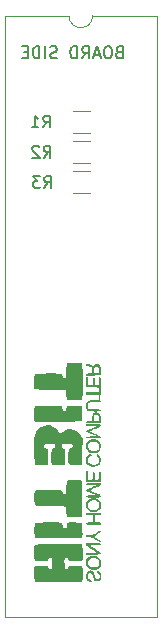
<source format=gbr>
%TF.GenerationSoftware,KiCad,Pcbnew,(6.0.1-0)*%
%TF.CreationDate,2022-02-15T12:12:10-07:00*%
%TF.ProjectId,TMS9118-9128,544d5339-3131-4382-9d39-3132382e6b69,rev?*%
%TF.SameCoordinates,Original*%
%TF.FileFunction,Legend,Bot*%
%TF.FilePolarity,Positive*%
%FSLAX46Y46*%
G04 Gerber Fmt 4.6, Leading zero omitted, Abs format (unit mm)*
G04 Created by KiCad (PCBNEW (6.0.1-0)) date 2022-02-15 12:12:10*
%MOMM*%
%LPD*%
G01*
G04 APERTURE LIST*
%ADD10C,0.150000*%
%ADD11C,0.300000*%
%ADD12C,0.120000*%
G04 APERTURE END LIST*
D10*
%TO.C,BOARD SIDE*%
X135281507Y-67746571D02*
X135138650Y-67794190D01*
X135091031Y-67841809D01*
X135043412Y-67937047D01*
X135043412Y-68079904D01*
X135091031Y-68175142D01*
X135138650Y-68222761D01*
X135233888Y-68270380D01*
X135614840Y-68270380D01*
X135614840Y-67270380D01*
X135281507Y-67270380D01*
X135186269Y-67318000D01*
X135138650Y-67365619D01*
X135091031Y-67460857D01*
X135091031Y-67556095D01*
X135138650Y-67651333D01*
X135186269Y-67698952D01*
X135281507Y-67746571D01*
X135614840Y-67746571D01*
X134424364Y-67270380D02*
X134233888Y-67270380D01*
X134138650Y-67318000D01*
X134043412Y-67413238D01*
X133995793Y-67603714D01*
X133995793Y-67937047D01*
X134043412Y-68127523D01*
X134138650Y-68222761D01*
X134233888Y-68270380D01*
X134424364Y-68270380D01*
X134519602Y-68222761D01*
X134614840Y-68127523D01*
X134662459Y-67937047D01*
X134662459Y-67603714D01*
X134614840Y-67413238D01*
X134519602Y-67318000D01*
X134424364Y-67270380D01*
X133614840Y-67984666D02*
X133138650Y-67984666D01*
X133710078Y-68270380D02*
X133376745Y-67270380D01*
X133043412Y-68270380D01*
X132138650Y-68270380D02*
X132471983Y-67794190D01*
X132710078Y-68270380D02*
X132710078Y-67270380D01*
X132329126Y-67270380D01*
X132233888Y-67318000D01*
X132186269Y-67365619D01*
X132138650Y-67460857D01*
X132138650Y-67603714D01*
X132186269Y-67698952D01*
X132233888Y-67746571D01*
X132329126Y-67794190D01*
X132710078Y-67794190D01*
X131710078Y-68270380D02*
X131710078Y-67270380D01*
X131471983Y-67270380D01*
X131329126Y-67318000D01*
X131233888Y-67413238D01*
X131186269Y-67508476D01*
X131138650Y-67698952D01*
X131138650Y-67841809D01*
X131186269Y-68032285D01*
X131233888Y-68127523D01*
X131329126Y-68222761D01*
X131471983Y-68270380D01*
X131710078Y-68270380D01*
X129995793Y-68222761D02*
X129852936Y-68270380D01*
X129614840Y-68270380D01*
X129519602Y-68222761D01*
X129471983Y-68175142D01*
X129424364Y-68079904D01*
X129424364Y-67984666D01*
X129471983Y-67889428D01*
X129519602Y-67841809D01*
X129614840Y-67794190D01*
X129805316Y-67746571D01*
X129900555Y-67698952D01*
X129948174Y-67651333D01*
X129995793Y-67556095D01*
X129995793Y-67460857D01*
X129948174Y-67365619D01*
X129900555Y-67318000D01*
X129805316Y-67270380D01*
X129567221Y-67270380D01*
X129424364Y-67318000D01*
X128995793Y-68270380D02*
X128995793Y-67270380D01*
X128519602Y-68270380D02*
X128519602Y-67270380D01*
X128281507Y-67270380D01*
X128138650Y-67318000D01*
X128043412Y-67413238D01*
X127995793Y-67508476D01*
X127948174Y-67698952D01*
X127948174Y-67841809D01*
X127995793Y-68032285D01*
X128043412Y-68127523D01*
X128138650Y-68222761D01*
X128281507Y-68270380D01*
X128519602Y-68270380D01*
X127519602Y-67746571D02*
X127186269Y-67746571D01*
X127043412Y-68270380D02*
X127519602Y-68270380D01*
X127519602Y-67270380D01*
X127043412Y-67270380D01*
%TO.C,R1*%
X128828181Y-74120467D02*
X129161515Y-73644277D01*
X129399610Y-74120467D02*
X129399610Y-73120467D01*
X129018657Y-73120467D01*
X128923419Y-73168087D01*
X128875800Y-73215706D01*
X128828181Y-73310944D01*
X128828181Y-73453801D01*
X128875800Y-73549039D01*
X128923419Y-73596658D01*
X129018657Y-73644277D01*
X129399610Y-73644277D01*
X127875800Y-74120467D02*
X128447229Y-74120467D01*
X128161515Y-74120467D02*
X128161515Y-73120467D01*
X128256753Y-73263325D01*
X128351991Y-73358563D01*
X128447229Y-73406182D01*
D11*
%TO.C, *%
D10*
%TO.C,R2*%
X128883996Y-76687970D02*
X129217330Y-76211780D01*
X129455425Y-76687970D02*
X129455425Y-75687970D01*
X129074472Y-75687970D01*
X128979234Y-75735590D01*
X128931615Y-75783209D01*
X128883996Y-75878447D01*
X128883996Y-76021304D01*
X128931615Y-76116542D01*
X128979234Y-76164161D01*
X129074472Y-76211780D01*
X129455425Y-76211780D01*
X128503044Y-75783209D02*
X128455425Y-75735590D01*
X128360187Y-75687970D01*
X128122091Y-75687970D01*
X128026853Y-75735590D01*
X127979234Y-75783209D01*
X127931615Y-75878447D01*
X127931615Y-75973685D01*
X127979234Y-76116542D01*
X128550663Y-76687970D01*
X127931615Y-76687970D01*
%TO.C,R3*%
X128939811Y-79255474D02*
X129273145Y-78779284D01*
X129511240Y-79255474D02*
X129511240Y-78255474D01*
X129130287Y-78255474D01*
X129035049Y-78303094D01*
X128987430Y-78350713D01*
X128939811Y-78445951D01*
X128939811Y-78588808D01*
X128987430Y-78684046D01*
X129035049Y-78731665D01*
X129130287Y-78779284D01*
X129511240Y-78779284D01*
X128606478Y-78255474D02*
X127987430Y-78255474D01*
X128320764Y-78636427D01*
X128177906Y-78636427D01*
X128082668Y-78684046D01*
X128035049Y-78731665D01*
X127987430Y-78826903D01*
X127987430Y-79064998D01*
X128035049Y-79160236D01*
X128082668Y-79207855D01*
X128177906Y-79255474D01*
X128463621Y-79255474D01*
X128558859Y-79207855D01*
X128606478Y-79160236D01*
D12*
%TO.C,BOARD SIDE*%
X138497613Y-64674741D02*
X138497613Y-115594741D01*
X125577613Y-64674741D02*
X131037613Y-64674741D01*
X138497613Y-115594741D02*
X125577613Y-115594741D01*
X125577613Y-115594741D02*
X125577613Y-64674741D01*
X133037613Y-64674741D02*
X138497613Y-64674741D01*
X131037613Y-64674741D02*
G75*
G03*
X133037613Y-64674741I1000000J0D01*
G01*
%TO.C,R1*%
X132807064Y-72750000D02*
X131352936Y-72750000D01*
X132807064Y-74570000D02*
X131352936Y-74570000D01*
%TO.C, *%
G36*
X133377113Y-97223218D02*
G01*
X133537949Y-97225854D01*
X133639433Y-97233100D01*
X133695129Y-97247204D01*
X133718599Y-97270414D01*
X133723409Y-97304979D01*
X133722343Y-97325043D01*
X133708997Y-97353803D01*
X133669126Y-97371969D01*
X133588845Y-97381955D01*
X133454271Y-97386176D01*
X133251519Y-97387046D01*
X133061759Y-97389715D01*
X132871073Y-97404403D01*
X132742364Y-97436807D01*
X132664372Y-97492375D01*
X132625836Y-97576556D01*
X132615493Y-97694801D01*
X132621008Y-97786620D01*
X132651363Y-97878888D01*
X132718330Y-97941166D01*
X132833171Y-97978904D01*
X133007147Y-97997551D01*
X133251519Y-98002555D01*
X133366887Y-98002741D01*
X133532260Y-98005062D01*
X133636714Y-98011996D01*
X133694134Y-98025958D01*
X133718404Y-98049362D01*
X133723409Y-98084623D01*
X133716576Y-98121301D01*
X133685489Y-98150832D01*
X133618538Y-98169039D01*
X133504212Y-98177492D01*
X133330998Y-98177761D01*
X133087383Y-98171419D01*
X133023963Y-98169253D01*
X132842217Y-98159576D01*
X132719810Y-98142516D01*
X132638954Y-98112233D01*
X132581863Y-98062886D01*
X132530747Y-97988633D01*
X132478707Y-97867072D01*
X132455977Y-97690134D01*
X132480424Y-97514631D01*
X132547900Y-97364871D01*
X132654254Y-97265161D01*
X132721183Y-97249168D01*
X132852632Y-97235530D01*
X133028122Y-97226303D01*
X133228304Y-97222911D01*
X133377113Y-97223218D01*
G37*
G36*
X133239259Y-99233938D02*
G01*
X133432758Y-99236749D01*
X133564165Y-99243484D01*
X133645968Y-99255489D01*
X133690654Y-99274112D01*
X133710710Y-99300701D01*
X133712077Y-99304356D01*
X133720225Y-99368609D01*
X133687943Y-99427815D01*
X133605706Y-99489192D01*
X133463987Y-99559959D01*
X133253260Y-99647332D01*
X133121330Y-99700451D01*
X132970718Y-99763986D01*
X132861912Y-99813388D01*
X132812316Y-99841015D01*
X132811685Y-99841821D01*
X132838732Y-99869699D01*
X132928365Y-99919218D01*
X133067094Y-99983616D01*
X133241431Y-100056133D01*
X133323300Y-100088731D01*
X133493480Y-100159153D01*
X133603957Y-100211866D01*
X133667302Y-100254643D01*
X133696090Y-100295259D01*
X133702892Y-100341489D01*
X133702892Y-100444074D01*
X133097641Y-100455429D01*
X132999494Y-100457220D01*
X132793307Y-100459950D01*
X132652184Y-100458681D01*
X132563829Y-100451983D01*
X132515943Y-100438426D01*
X132496229Y-100416578D01*
X132492391Y-100385008D01*
X132492653Y-100374476D01*
X132502524Y-100341493D01*
X132537240Y-100319742D01*
X132611107Y-100306194D01*
X132738427Y-100297818D01*
X132933506Y-100291585D01*
X133374620Y-100279938D01*
X132943764Y-100110011D01*
X132909552Y-100096447D01*
X132719392Y-100016835D01*
X132595060Y-99954608D01*
X132525665Y-99903564D01*
X132500314Y-99857502D01*
X132500363Y-99820376D01*
X132539709Y-99768864D01*
X132643932Y-99724586D01*
X132672244Y-99715194D01*
X132777790Y-99675392D01*
X132841179Y-99643994D01*
X132874022Y-99626741D01*
X132970305Y-99587895D01*
X133097641Y-99543459D01*
X133185438Y-99511522D01*
X133277396Y-99467817D01*
X133313070Y-99435445D01*
X133295287Y-99424477D01*
X133211613Y-99410671D01*
X133074972Y-99401215D01*
X132902730Y-99397709D01*
X132880754Y-99397702D01*
X132701332Y-99396288D01*
X132587639Y-99390346D01*
X132524821Y-99376905D01*
X132498023Y-99352993D01*
X132492391Y-99315641D01*
X132492620Y-99305199D01*
X132500309Y-99276212D01*
X132528149Y-99256317D01*
X132588521Y-99243810D01*
X132693811Y-99236987D01*
X132856399Y-99234142D01*
X133088671Y-99233573D01*
X133239259Y-99233938D01*
G37*
G36*
X129314699Y-97675308D02*
G01*
X129573644Y-97677375D01*
X129819525Y-97681209D01*
X130038544Y-97686722D01*
X130216902Y-97693826D01*
X130340800Y-97702434D01*
X130396439Y-97712458D01*
X130410451Y-97725561D01*
X130450847Y-97806464D01*
X130478507Y-97922910D01*
X130487909Y-97975128D01*
X130541634Y-98104725D01*
X130617185Y-98164302D01*
X130698406Y-98153859D01*
X130769138Y-98073395D01*
X130813222Y-97922910D01*
X130820225Y-97882124D01*
X130853655Y-97773708D01*
X130895290Y-97712458D01*
X130905329Y-97707887D01*
X130990122Y-97692849D01*
X131132173Y-97682567D01*
X131311803Y-97676969D01*
X131509328Y-97675985D01*
X131705067Y-97679544D01*
X131879338Y-97687573D01*
X132012460Y-97700003D01*
X132084749Y-97716762D01*
X132115766Y-97739400D01*
X132137617Y-97777615D01*
X132151712Y-97844592D01*
X132159716Y-97953656D01*
X132163297Y-98118132D01*
X132164120Y-98351344D01*
X132164102Y-98405886D01*
X132163061Y-98622770D01*
X132159095Y-98773864D01*
X132150372Y-98872647D01*
X132135060Y-98932594D01*
X132111328Y-98967182D01*
X132077345Y-98989889D01*
X132069726Y-98992996D01*
X131998435Y-99005056D01*
X131862007Y-99015334D01*
X131657624Y-99023905D01*
X131382466Y-99030844D01*
X131033710Y-99036226D01*
X130608539Y-99040128D01*
X130104130Y-99042625D01*
X128217690Y-99048920D01*
X128139209Y-98952048D01*
X128110166Y-98909324D01*
X128084955Y-98842589D01*
X128069904Y-98745153D01*
X128062623Y-98599912D01*
X128060727Y-98389763D01*
X128061715Y-98256214D01*
X128071173Y-98039796D01*
X128093650Y-97887595D01*
X128132796Y-97787882D01*
X128192263Y-97728926D01*
X128275702Y-97698995D01*
X128306964Y-97694536D01*
X128424250Y-97686456D01*
X128597465Y-97680581D01*
X128812811Y-97676823D01*
X129056488Y-97675095D01*
X129314699Y-97675308D01*
G37*
G36*
X132976872Y-111641409D02*
G01*
X133089456Y-111717893D01*
X133174171Y-111863135D01*
X133235349Y-112082650D01*
X133266146Y-112206245D01*
X133329142Y-112337027D01*
X133411066Y-112390051D01*
X133513519Y-112366955D01*
X133585325Y-112292409D01*
X133625240Y-112173014D01*
X133615486Y-112049677D01*
X133608757Y-112034370D01*
X133550072Y-111952929D01*
X133461646Y-111864302D01*
X133419189Y-111825555D01*
X133367380Y-111756239D01*
X133378637Y-111708460D01*
X133439959Y-111686864D01*
X133534338Y-111713111D01*
X133631253Y-111781083D01*
X133705969Y-111877973D01*
X133707233Y-111880435D01*
X133756829Y-112040391D01*
X133758527Y-112209572D01*
X133717929Y-112366170D01*
X133640635Y-112488376D01*
X133532247Y-112554382D01*
X133392859Y-112560786D01*
X133255801Y-112508533D01*
X133162716Y-112404922D01*
X133134206Y-112337904D01*
X133086478Y-112206243D01*
X133038344Y-112056675D01*
X132979611Y-111901993D01*
X132908669Y-111810898D01*
X132823505Y-111793834D01*
X132717780Y-111846649D01*
X132686623Y-111875109D01*
X132647295Y-111959366D01*
X132636010Y-112098027D01*
X132643169Y-112213213D01*
X132676889Y-112304202D01*
X132753078Y-112382920D01*
X132887607Y-112473023D01*
X132889476Y-112474175D01*
X132938359Y-112521401D01*
X132915272Y-112571273D01*
X132896102Y-112588008D01*
X132837050Y-112600751D01*
X132739309Y-112569895D01*
X132641309Y-112513297D01*
X132556105Y-112408791D01*
X132489843Y-112243724D01*
X132474193Y-112143380D01*
X132480206Y-112015641D01*
X132481010Y-112011293D01*
X132530969Y-111824178D01*
X132605198Y-111705769D01*
X132716214Y-111643754D01*
X132876537Y-111625819D01*
X132976872Y-111641409D01*
G37*
G36*
X129457765Y-99361786D02*
G01*
X129712872Y-99451753D01*
X129942204Y-99606727D01*
X130132940Y-99826186D01*
X130184068Y-99899133D01*
X130249899Y-99980356D01*
X130289279Y-100012316D01*
X130319807Y-99999900D01*
X130401060Y-99948949D01*
X130507603Y-99871894D01*
X130680959Y-99763674D01*
X130940338Y-99674980D01*
X131205810Y-99657825D01*
X131464184Y-99709076D01*
X131702269Y-99825596D01*
X131906872Y-100004253D01*
X132064803Y-100241911D01*
X132177356Y-100471960D01*
X132170041Y-101545416D01*
X132168047Y-101799641D01*
X132164732Y-102072615D01*
X132160069Y-102280194D01*
X132153415Y-102431892D01*
X132144127Y-102537224D01*
X132131562Y-102605703D01*
X132115077Y-102646845D01*
X132094029Y-102670164D01*
X132088770Y-102673666D01*
X131996403Y-102699992D01*
X131826294Y-102716035D01*
X131581802Y-102721457D01*
X131517194Y-102721447D01*
X131314505Y-102718200D01*
X131169800Y-102701271D01*
X131073311Y-102659263D01*
X131015268Y-102580778D01*
X130985904Y-102454420D01*
X130975450Y-102268791D01*
X130974136Y-102012493D01*
X130974137Y-102007403D01*
X130977771Y-101747210D01*
X130990886Y-101557442D01*
X131017102Y-101426853D01*
X131060035Y-101344196D01*
X131123305Y-101298225D01*
X131210529Y-101277693D01*
X131265928Y-101266729D01*
X131315924Y-101223527D01*
X131336227Y-101125437D01*
X131331670Y-101017991D01*
X131295193Y-100951671D01*
X131244110Y-100937406D01*
X131126716Y-100925341D01*
X130971205Y-100919053D01*
X130801572Y-100918541D01*
X130641814Y-100923807D01*
X130515928Y-100934851D01*
X130447909Y-100951671D01*
X130413062Y-101011041D01*
X130406875Y-101122732D01*
X130414449Y-101175720D01*
X130452595Y-101251506D01*
X130539782Y-101291083D01*
X130631348Y-101327551D01*
X130693031Y-101375855D01*
X130697297Y-101387265D01*
X130708923Y-101469783D01*
X130718388Y-101612444D01*
X130724808Y-101798868D01*
X130727304Y-102012676D01*
X130727403Y-102122886D01*
X130724230Y-102353671D01*
X130708211Y-102517538D01*
X130669414Y-102625387D01*
X130597908Y-102688123D01*
X130483762Y-102716646D01*
X130317043Y-102721859D01*
X130087822Y-102714665D01*
X129998114Y-102711390D01*
X129823553Y-102701627D01*
X129699842Y-102679795D01*
X129618237Y-102634230D01*
X129569992Y-102553268D01*
X129546359Y-102425245D01*
X129538593Y-102238498D01*
X129537948Y-101981363D01*
X129538044Y-101917702D01*
X129541718Y-101685646D01*
X129553650Y-101520359D01*
X129577825Y-101409440D01*
X129618224Y-101340492D01*
X129678833Y-101301115D01*
X129763635Y-101278911D01*
X129778301Y-101274417D01*
X129833559Y-101215043D01*
X129862449Y-101118220D01*
X129859183Y-101018809D01*
X129817971Y-100951671D01*
X129799516Y-100944750D01*
X129707612Y-100930653D01*
X129565192Y-100920878D01*
X129394330Y-100917221D01*
X129319027Y-100917924D01*
X129157653Y-100924423D01*
X129034183Y-100936270D01*
X128970688Y-100951671D01*
X128935817Y-101011145D01*
X128929654Y-101123073D01*
X128940111Y-101189658D01*
X128981889Y-101256798D01*
X129077938Y-101294757D01*
X129083323Y-101296173D01*
X129163971Y-101329043D01*
X129221678Y-101385397D01*
X129259511Y-101476879D01*
X129280541Y-101615138D01*
X129287835Y-101811818D01*
X129284463Y-102078567D01*
X129283933Y-102099846D01*
X129276636Y-102338521D01*
X129260776Y-102507639D01*
X129224802Y-102618742D01*
X129157165Y-102683375D01*
X129046314Y-102713080D01*
X128880698Y-102719401D01*
X128648769Y-102713880D01*
X128487976Y-102707282D01*
X128325551Y-102695714D01*
X128208978Y-102681666D01*
X128156361Y-102666866D01*
X128144608Y-102617190D01*
X128132324Y-102498831D01*
X128120475Y-102325313D01*
X128109981Y-102110112D01*
X128101761Y-101866705D01*
X128099062Y-101762880D01*
X128090403Y-101336026D01*
X128088523Y-100980426D01*
X128094455Y-100687360D01*
X128109231Y-100448109D01*
X128133883Y-100253953D01*
X128169443Y-100096173D01*
X128216945Y-99966050D01*
X128277419Y-99854865D01*
X128351899Y-99753897D01*
X128435972Y-99662387D01*
X128665985Y-99487126D01*
X128921501Y-99378952D01*
X129189701Y-99337346D01*
X129457765Y-99361786D01*
G37*
G36*
X132985371Y-111571550D02*
G01*
X132778324Y-111507748D01*
X132618406Y-111380147D01*
X132510837Y-111191401D01*
X132469234Y-110985325D01*
X132473972Y-110950701D01*
X132633652Y-110950701D01*
X132656036Y-111108041D01*
X132732305Y-111244911D01*
X132857238Y-111336735D01*
X133017557Y-111373195D01*
X133200575Y-111369355D01*
X133371960Y-111328661D01*
X133499061Y-111255255D01*
X133572161Y-111148648D01*
X133605491Y-110993748D01*
X133582265Y-110835236D01*
X133502307Y-110703410D01*
X133394507Y-110628736D01*
X133222186Y-110578122D01*
X133034970Y-110575929D01*
X132860207Y-110621744D01*
X132725245Y-110715152D01*
X132670370Y-110797468D01*
X132633652Y-110950701D01*
X132473972Y-110950701D01*
X132496006Y-110789662D01*
X132584694Y-110622666D01*
X132725393Y-110493321D01*
X132908194Y-110410608D01*
X133123191Y-110383510D01*
X133360477Y-110421012D01*
X133450945Y-110455284D01*
X133610777Y-110566978D01*
X133714877Y-110715721D01*
X133764671Y-110886880D01*
X133761582Y-111065824D01*
X133707037Y-111237920D01*
X133602459Y-111388537D01*
X133449273Y-111503042D01*
X133248905Y-111566805D01*
X133234326Y-111568897D01*
X133017557Y-111571207D01*
X132985371Y-111571550D01*
G37*
G36*
X133137856Y-95130181D02*
G01*
X133077569Y-95132284D01*
X132875107Y-95138036D01*
X132705979Y-95140865D01*
X132586405Y-95140587D01*
X132532606Y-95137020D01*
X132510962Y-95117536D01*
X132492391Y-95046741D01*
X132494428Y-95024633D01*
X132520946Y-94988944D01*
X132592797Y-94968983D01*
X132728336Y-94957834D01*
X132964281Y-94945528D01*
X132973031Y-94775978D01*
X133148234Y-94775978D01*
X133157783Y-94884874D01*
X133183774Y-94941700D01*
X133185404Y-94942636D01*
X133255346Y-94953694D01*
X133365320Y-94949361D01*
X133477267Y-94933080D01*
X133553128Y-94908292D01*
X133561364Y-94901615D01*
X133592505Y-94826971D01*
X133602934Y-94708045D01*
X133594183Y-94574021D01*
X133567784Y-94454083D01*
X133525267Y-94377413D01*
X133424230Y-94319834D01*
X133308628Y-94323942D01*
X133212812Y-94400700D01*
X133203212Y-94416998D01*
X133172452Y-94514027D01*
X133153625Y-94643025D01*
X133148234Y-94775978D01*
X132973031Y-94775978D01*
X132976766Y-94703602D01*
X132978449Y-94595711D01*
X132969906Y-94482696D01*
X132951598Y-94424024D01*
X132928405Y-94410221D01*
X132837987Y-94381712D01*
X132713426Y-94357828D01*
X132693865Y-94354968D01*
X132578626Y-94330555D01*
X132521031Y-94294510D01*
X132499402Y-94234324D01*
X132495325Y-94192487D01*
X132509827Y-94159187D01*
X132566215Y-94153167D01*
X132684055Y-94167330D01*
X132742241Y-94177316D01*
X132878349Y-94212775D01*
X132975949Y-94254269D01*
X133034254Y-94285152D01*
X133095491Y-94283294D01*
X133176394Y-94229304D01*
X133186352Y-94221695D01*
X133336459Y-94153703D01*
X133488029Y-94162577D01*
X133624233Y-94247630D01*
X133669081Y-94296925D01*
X133699794Y-94352662D01*
X133715115Y-94429960D01*
X133718823Y-94548953D01*
X133714694Y-94729779D01*
X133702892Y-95109664D01*
X133255346Y-95125915D01*
X133137856Y-95130181D01*
G37*
G36*
X131756232Y-94068781D02*
G01*
X131928398Y-94076156D01*
X132057099Y-94087715D01*
X132123086Y-94103456D01*
X132136358Y-94117602D01*
X132150229Y-94154017D01*
X132161235Y-94218379D01*
X132169689Y-94318419D01*
X132175904Y-94461869D01*
X132180194Y-94656458D01*
X132182871Y-94909919D01*
X132184247Y-95229983D01*
X132184637Y-95624381D01*
X132184483Y-95996004D01*
X132183724Y-96313696D01*
X132181935Y-96565316D01*
X132178691Y-96759054D01*
X132173571Y-96903101D01*
X132166150Y-97005648D01*
X132156004Y-97074886D01*
X132142710Y-97119006D01*
X132125845Y-97146200D01*
X132104984Y-97164658D01*
X132069415Y-97180092D01*
X131957706Y-97201285D01*
X131797381Y-97216183D01*
X131607068Y-97224715D01*
X131405396Y-97226809D01*
X131210995Y-97222395D01*
X131042494Y-97211402D01*
X130918520Y-97193760D01*
X130857705Y-97169397D01*
X130846957Y-97146014D01*
X130827180Y-97049421D01*
X130811083Y-96903072D01*
X130801388Y-96728283D01*
X130789483Y-96340681D01*
X129496914Y-96330580D01*
X129320288Y-96329175D01*
X128995564Y-96326210D01*
X128739845Y-96322813D01*
X128544209Y-96318350D01*
X128399734Y-96312187D01*
X128297500Y-96303691D01*
X128228585Y-96292228D01*
X128184067Y-96277166D01*
X128155024Y-96257870D01*
X128132536Y-96233708D01*
X128105488Y-96192044D01*
X128083074Y-96123487D01*
X128069401Y-96019494D01*
X128062581Y-95864542D01*
X128060727Y-95643105D01*
X128060564Y-95590850D01*
X128058948Y-95409994D01*
X128062212Y-95267979D01*
X128078920Y-95160049D01*
X128117639Y-95081445D01*
X128186935Y-95027408D01*
X128295373Y-94993180D01*
X128451520Y-94974003D01*
X128663940Y-94965118D01*
X128941200Y-94961766D01*
X129291865Y-94959190D01*
X129570330Y-94957557D01*
X129838397Y-94958167D01*
X130069802Y-94960956D01*
X130253196Y-94965714D01*
X130377231Y-94972231D01*
X130430557Y-94980296D01*
X130461086Y-95017517D01*
X130481729Y-95104243D01*
X130507962Y-95224672D01*
X130582571Y-95308206D01*
X130689197Y-95328989D01*
X130711382Y-95325516D01*
X130744436Y-95313476D01*
X130767401Y-95283555D01*
X130782860Y-95222923D01*
X130793392Y-95118754D01*
X130801579Y-94958220D01*
X130810000Y-94728493D01*
X130819059Y-94509464D01*
X130830986Y-94328645D01*
X130846127Y-94208325D01*
X130865987Y-94137046D01*
X130892068Y-94103354D01*
X130917099Y-94094721D01*
X131017873Y-94081152D01*
X131171421Y-94071775D01*
X131358496Y-94066589D01*
X131559849Y-94065591D01*
X131756232Y-94068781D01*
G37*
G36*
X133733989Y-108255203D02*
G01*
X133738584Y-108260131D01*
X133752171Y-108310651D01*
X133709605Y-108375100D01*
X133604635Y-108460014D01*
X133431011Y-108571926D01*
X133426422Y-108574717D01*
X133307128Y-108649731D01*
X133222275Y-108707659D01*
X133189968Y-108736167D01*
X133193878Y-108741603D01*
X133245886Y-108782540D01*
X133345726Y-108851832D01*
X133477205Y-108938097D01*
X133613503Y-109031664D01*
X133726691Y-109131893D01*
X133765649Y-109207665D01*
X133732013Y-109261050D01*
X133708851Y-109257604D01*
X133627423Y-109219850D01*
X133504773Y-109150499D01*
X133357088Y-109058302D01*
X133214974Y-108967659D01*
X133090435Y-108896794D01*
X132991571Y-108856948D01*
X132895876Y-108839421D01*
X132780848Y-108835512D01*
X132681159Y-108833020D01*
X132572800Y-108823083D01*
X132519747Y-108808156D01*
X132505788Y-108783594D01*
X132492391Y-108705571D01*
X132499267Y-108670103D01*
X132535243Y-108644785D01*
X132618055Y-108633146D01*
X132765271Y-108630342D01*
X132891361Y-108627920D01*
X132995211Y-108614527D01*
X133091978Y-108581418D01*
X133206690Y-108519849D01*
X133364375Y-108421078D01*
X133433949Y-108377185D01*
X133586716Y-108289363D01*
X133684613Y-108249652D01*
X133733989Y-108255203D01*
G37*
G36*
X131536419Y-103960227D02*
G01*
X131747490Y-103967326D01*
X131945095Y-103981015D01*
X132071139Y-104000577D01*
X132131410Y-104026659D01*
X132143891Y-104050722D01*
X132155743Y-104109666D01*
X132164653Y-104208366D01*
X132170808Y-104353871D01*
X132174395Y-104553231D01*
X132175600Y-104813492D01*
X132174611Y-105141704D01*
X132171613Y-105544914D01*
X132169666Y-105735199D01*
X132164289Y-106100881D01*
X132157342Y-106416518D01*
X132149052Y-106675707D01*
X132139645Y-106872042D01*
X132129348Y-106999120D01*
X132118387Y-107050536D01*
X132112291Y-107054391D01*
X132041065Y-107070370D01*
X131908123Y-107085145D01*
X131729872Y-107097213D01*
X131522716Y-107105072D01*
X131460897Y-107106560D01*
X131220027Y-107109987D01*
X131047391Y-107101902D01*
X130931627Y-107074505D01*
X130861369Y-107019992D01*
X130825255Y-106930562D01*
X130811920Y-106798413D01*
X130810000Y-106615742D01*
X130809363Y-106543674D01*
X130803365Y-106392076D01*
X130792400Y-106282725D01*
X130778136Y-106235525D01*
X130766364Y-106233118D01*
X130685368Y-106226844D01*
X130537099Y-106219610D01*
X130331758Y-106211786D01*
X130079545Y-106203740D01*
X129790661Y-106195840D01*
X129475309Y-106188455D01*
X129121469Y-106179596D01*
X128802801Y-106168963D01*
X128540101Y-106157206D01*
X128339893Y-106144669D01*
X128208702Y-106131697D01*
X128153053Y-106118634D01*
X128150820Y-106116576D01*
X128128440Y-106062304D01*
X128113211Y-105947899D01*
X128104522Y-105766105D01*
X128101761Y-105509670D01*
X128101761Y-105509132D01*
X128103443Y-105272005D01*
X128109380Y-105103633D01*
X128120923Y-104990777D01*
X128139427Y-104920201D01*
X128166243Y-104878669D01*
X128171972Y-104873428D01*
X128206446Y-104854240D01*
X128264590Y-104839591D01*
X128356135Y-104828903D01*
X128490814Y-104821597D01*
X128678359Y-104817095D01*
X128928500Y-104814818D01*
X129250971Y-104814187D01*
X129461840Y-104814997D01*
X129732883Y-104818521D01*
X129971904Y-104824451D01*
X130166393Y-104832359D01*
X130303838Y-104841818D01*
X130371730Y-104852402D01*
X130456138Y-104917398D01*
X130509301Y-105047313D01*
X130540258Y-105147467D01*
X130585721Y-105193741D01*
X130667921Y-105204009D01*
X130789483Y-105204009D01*
X130810000Y-104636406D01*
X130814568Y-104504928D01*
X130825040Y-104288527D01*
X130846714Y-104136642D01*
X130891398Y-104038281D01*
X130970901Y-103982451D01*
X131097033Y-103958160D01*
X131281603Y-103954416D01*
X131536419Y-103960227D01*
G37*
G36*
X131220805Y-109403838D02*
G01*
X131511543Y-109406096D01*
X131739662Y-109410114D01*
X131910594Y-109416003D01*
X132029774Y-109423875D01*
X132102633Y-109433841D01*
X132134606Y-109446011D01*
X132150934Y-109479831D01*
X132172155Y-109600044D01*
X132187801Y-109802095D01*
X132197874Y-110086003D01*
X132201118Y-110236309D01*
X132201902Y-110464141D01*
X132188527Y-110626728D01*
X132152523Y-110735076D01*
X132085422Y-110800189D01*
X131978753Y-110833073D01*
X131824047Y-110844733D01*
X131612833Y-110846174D01*
X131414950Y-110843120D01*
X131210519Y-110828199D01*
X131074051Y-110799164D01*
X130997829Y-110754141D01*
X130974136Y-110691261D01*
X130971731Y-110660485D01*
X130927496Y-110570210D01*
X130847595Y-110524680D01*
X130758419Y-110532176D01*
X130686359Y-110600977D01*
X130663608Y-110676149D01*
X130649753Y-110834516D01*
X130653673Y-111049503D01*
X130675572Y-111307806D01*
X130684154Y-111377104D01*
X130704635Y-111461209D01*
X130742865Y-111495920D01*
X130814113Y-111502717D01*
X130867654Y-111498950D01*
X130928498Y-111463104D01*
X130965255Y-111369357D01*
X130999755Y-111235996D01*
X131550791Y-111224478D01*
X131663935Y-111222329D01*
X131857403Y-111220841D01*
X131989176Y-111224860D01*
X132073171Y-111235752D01*
X132123303Y-111254881D01*
X132153490Y-111283613D01*
X132163116Y-111303127D01*
X132183984Y-111403110D01*
X132198341Y-111557978D01*
X132206235Y-111748211D01*
X132207712Y-111954291D01*
X132202820Y-112156700D01*
X132191608Y-112335919D01*
X132174122Y-112472429D01*
X132150410Y-112546712D01*
X132147240Y-112550846D01*
X132129092Y-112567512D01*
X132099253Y-112581379D01*
X132050686Y-112592729D01*
X131976353Y-112601838D01*
X131869216Y-112608988D01*
X131722237Y-112614457D01*
X131528380Y-112618524D01*
X131280605Y-112621469D01*
X130971876Y-112623571D01*
X130595154Y-112625110D01*
X130143403Y-112626364D01*
X129750985Y-112626631D01*
X129383018Y-112625538D01*
X129048200Y-112623204D01*
X128754686Y-112619749D01*
X128510627Y-112615292D01*
X128324176Y-112609954D01*
X128203485Y-112603855D01*
X128156708Y-112597115D01*
X128153433Y-112592616D01*
X128134213Y-112525384D01*
X128115794Y-112403032D01*
X128101761Y-112248327D01*
X128093738Y-112114857D01*
X128081722Y-111790626D01*
X128085219Y-111542834D01*
X128104176Y-111372874D01*
X128138541Y-111282140D01*
X128142024Y-111278096D01*
X128178791Y-111250303D01*
X128239272Y-111232523D01*
X128338029Y-111223286D01*
X128489626Y-111221121D01*
X128708623Y-111224557D01*
X128747371Y-111225449D01*
X128953590Y-111231989D01*
X129093755Y-111241388D01*
X129181731Y-111255752D01*
X129231383Y-111277190D01*
X129256577Y-111307806D01*
X129276695Y-111348931D01*
X129326711Y-111451425D01*
X129338434Y-111471601D01*
X129415604Y-111528852D01*
X129506495Y-111526913D01*
X129577691Y-111464096D01*
X129584315Y-111447959D01*
X129602627Y-111344795D01*
X129612038Y-111183853D01*
X129611243Y-110983812D01*
X129609654Y-110934099D01*
X129600556Y-110758674D01*
X129585886Y-110645686D01*
X129562609Y-110579125D01*
X129527690Y-110542984D01*
X129526425Y-110542198D01*
X129432357Y-110524709D01*
X129346839Y-110571077D01*
X129298542Y-110665920D01*
X129294442Y-110685640D01*
X129263366Y-110753436D01*
X129200583Y-110799636D01*
X129093569Y-110827991D01*
X128929800Y-110842254D01*
X128696753Y-110846174D01*
X128576683Y-110846313D01*
X128386591Y-110843142D01*
X128252562Y-110825930D01*
X128164822Y-110783346D01*
X128113594Y-110704059D01*
X128089105Y-110576739D01*
X128081580Y-110390053D01*
X128081244Y-110132671D01*
X128081244Y-110129678D01*
X128082961Y-109884390D01*
X128088819Y-109708648D01*
X128099974Y-109590111D01*
X128117581Y-109516442D01*
X128142795Y-109475301D01*
X128164803Y-109461916D01*
X128209329Y-109449646D01*
X128281981Y-109439422D01*
X128389502Y-109431009D01*
X128538634Y-109424170D01*
X128736120Y-109418671D01*
X128988703Y-109414276D01*
X129303126Y-109410749D01*
X129686131Y-109407854D01*
X130144461Y-109405356D01*
X130429738Y-109404161D01*
X130862014Y-109403231D01*
X131220805Y-109403838D01*
G37*
G36*
X133277973Y-109328396D02*
G01*
X133467993Y-109331386D01*
X133596900Y-109338267D01*
X133677050Y-109350349D01*
X133720798Y-109368938D01*
X133740502Y-109395343D01*
X133750968Y-109432782D01*
X133746643Y-109482499D01*
X133724543Y-109487763D01*
X133634500Y-109493647D01*
X133492955Y-109496307D01*
X133318447Y-109495193D01*
X133203082Y-109494766D01*
X133046734Y-109499937D01*
X132934858Y-109511004D01*
X132886220Y-109526605D01*
X132885823Y-109530881D01*
X132922881Y-109574275D01*
X133014940Y-109649735D01*
X133149967Y-109747937D01*
X133315932Y-109859560D01*
X133461904Y-109955334D01*
X133629978Y-110072674D01*
X133729344Y-110159177D01*
X133757774Y-110219825D01*
X133713045Y-110259603D01*
X133592930Y-110283493D01*
X133395204Y-110296479D01*
X133117641Y-110303543D01*
X132981408Y-110305916D01*
X132781526Y-110308209D01*
X132645142Y-110306494D01*
X132560148Y-110299380D01*
X132514431Y-110285476D01*
X132495883Y-110263391D01*
X132492391Y-110231734D01*
X132492639Y-110220283D01*
X132501794Y-110187002D01*
X132534906Y-110165996D01*
X132606501Y-110154461D01*
X132731107Y-110149596D01*
X132923247Y-110148597D01*
X133061146Y-110146971D01*
X133212532Y-110140574D01*
X133315731Y-110130455D01*
X133353807Y-110117822D01*
X133353490Y-110116460D01*
X133315044Y-110080043D01*
X133221683Y-110010113D01*
X133086590Y-109916160D01*
X132922951Y-109807675D01*
X132764917Y-109703313D01*
X132629872Y-109607253D01*
X132546465Y-109535563D01*
X132504152Y-109478947D01*
X132492391Y-109428111D01*
X132492391Y-109327919D01*
X133103510Y-109327919D01*
X133277973Y-109328396D01*
G37*
G36*
X132806422Y-101665109D02*
G01*
X132644558Y-101555702D01*
X132527425Y-101392199D01*
X132514135Y-101361425D01*
X132480383Y-101209706D01*
X132625233Y-101209706D01*
X132689462Y-101360196D01*
X132816508Y-101467774D01*
X132951502Y-101514766D01*
X133133164Y-101528676D01*
X133310950Y-101499251D01*
X133460651Y-101431037D01*
X133558057Y-101328576D01*
X133558219Y-101328273D01*
X133594260Y-101198186D01*
X133594206Y-101043630D01*
X133558057Y-100913691D01*
X133504449Y-100843532D01*
X133375123Y-100761897D01*
X133212417Y-100720286D01*
X133037680Y-100718050D01*
X132872259Y-100754543D01*
X132737504Y-100829114D01*
X132654764Y-100941118D01*
X132628400Y-101031211D01*
X132625233Y-101209706D01*
X132480383Y-101209706D01*
X132469205Y-101159458D01*
X132483863Y-100953010D01*
X132556599Y-100774050D01*
X132640912Y-100687369D01*
X132786330Y-100596943D01*
X132952819Y-100531090D01*
X133107900Y-100505625D01*
X133211497Y-100515622D01*
X133403003Y-100580875D01*
X133569741Y-100693220D01*
X133683747Y-100836586D01*
X133747738Y-101008799D01*
X133752848Y-101207519D01*
X133678507Y-101406480D01*
X133557773Y-101557509D01*
X133388691Y-101666619D01*
X133195659Y-101720780D01*
X133133164Y-101720600D01*
X132995845Y-101720205D01*
X132806422Y-101665109D01*
G37*
G36*
X133003334Y-99151444D02*
G01*
X132796416Y-99150231D01*
X132654457Y-99146204D01*
X132565266Y-99137736D01*
X132516653Y-99123203D01*
X132496425Y-99100979D01*
X132492391Y-99069437D01*
X132496392Y-99034635D01*
X132525146Y-99004092D01*
X132598031Y-98990479D01*
X132733964Y-98987370D01*
X132975537Y-98987370D01*
X133148934Y-98987370D01*
X133351338Y-98987370D01*
X133368699Y-98987316D01*
X133487492Y-98980028D01*
X133550481Y-98954392D01*
X133580922Y-98901734D01*
X133591575Y-98825750D01*
X133582775Y-98691072D01*
X133553226Y-98557038D01*
X133509543Y-98464187D01*
X133471216Y-98434373D01*
X133369697Y-98412703D01*
X133263248Y-98433163D01*
X133191412Y-98492265D01*
X133177957Y-98528154D01*
X133157138Y-98641748D01*
X133148934Y-98779502D01*
X133148934Y-98987370D01*
X132975537Y-98987370D01*
X132992046Y-98695195D01*
X132994084Y-98663529D01*
X133024387Y-98467691D01*
X133086364Y-98339672D01*
X133187375Y-98269890D01*
X133334776Y-98248759D01*
X133485624Y-98265077D01*
X133598843Y-98323166D01*
X133672130Y-98432404D01*
X133711610Y-98602138D01*
X133723409Y-98841713D01*
X133723409Y-99151505D01*
X133107900Y-99151505D01*
X133003334Y-99151444D01*
G37*
G36*
X132987260Y-106695265D02*
G01*
X132858972Y-106668088D01*
X132748350Y-106603426D01*
X132603599Y-106464326D01*
X132508794Y-106302420D01*
X132501722Y-106282190D01*
X132472935Y-106100102D01*
X132634354Y-106100102D01*
X132673711Y-106277919D01*
X132716780Y-106356766D01*
X132804437Y-106440576D01*
X132933402Y-106484112D01*
X133122571Y-106496578D01*
X133302991Y-106477563D01*
X133465314Y-106406954D01*
X133565846Y-106287376D01*
X133600307Y-106122181D01*
X133599882Y-106103014D01*
X133578693Y-105968810D01*
X133535395Y-105861181D01*
X133509132Y-105827601D01*
X133383103Y-105740787D01*
X133217929Y-105694340D01*
X133039336Y-105689831D01*
X132873051Y-105728831D01*
X132744802Y-105812910D01*
X132668889Y-105928186D01*
X132634354Y-106100102D01*
X132472935Y-106100102D01*
X132467629Y-106066539D01*
X132511194Y-105869497D01*
X132628864Y-105699563D01*
X132817087Y-105565232D01*
X132993359Y-105475081D01*
X132753133Y-105462647D01*
X132662903Y-105456851D01*
X132567075Y-105442272D01*
X132523326Y-105415162D01*
X132512908Y-105368145D01*
X132517592Y-105334477D01*
X132543744Y-105307044D01*
X132606572Y-105289065D01*
X132721195Y-105276564D01*
X132902730Y-105265560D01*
X133292553Y-105245043D01*
X133140752Y-105176195D01*
X133055248Y-105139418D01*
X132901055Y-105077504D01*
X132740671Y-105016820D01*
X132623183Y-104969374D01*
X132523809Y-104910267D01*
X132492391Y-104854776D01*
X132493392Y-104839682D01*
X132505846Y-104810205D01*
X132541163Y-104778867D01*
X132610048Y-104740043D01*
X132723210Y-104688111D01*
X132891355Y-104617447D01*
X133125190Y-104522429D01*
X133368166Y-104424365D01*
X132930279Y-104412718D01*
X132884664Y-104411473D01*
X132705227Y-104404967D01*
X132590613Y-104395628D01*
X132526491Y-104380433D01*
X132498527Y-104356362D01*
X132492391Y-104320392D01*
X132492789Y-104307979D01*
X132501779Y-104280469D01*
X132531942Y-104261539D01*
X132595457Y-104249596D01*
X132704503Y-104243040D01*
X132871258Y-104240278D01*
X133107900Y-104239712D01*
X133723409Y-104239712D01*
X133723409Y-104342961D01*
X133723176Y-104357692D01*
X133715499Y-104402640D01*
X133688393Y-104442050D01*
X133630365Y-104482770D01*
X133529927Y-104531652D01*
X133375588Y-104595544D01*
X133155857Y-104681297D01*
X133120321Y-104695274D01*
X132984174Y-104754034D01*
X132887069Y-104804301D01*
X132848103Y-104836449D01*
X132874718Y-104862123D01*
X132963912Y-104911597D01*
X133101354Y-104975891D01*
X133272036Y-105047530D01*
X133361470Y-105083439D01*
X133519360Y-105149541D01*
X133619330Y-105198992D01*
X133674498Y-105240540D01*
X133697980Y-105282935D01*
X133702892Y-105334927D01*
X133699424Y-105392898D01*
X133674757Y-105434193D01*
X133608625Y-105456016D01*
X133480812Y-105470730D01*
X133258731Y-105491247D01*
X133419261Y-105563434D01*
X133437089Y-105571701D01*
X133605040Y-105687465D01*
X133708831Y-105847906D01*
X133755077Y-106062861D01*
X133757326Y-106115802D01*
X133720692Y-106326256D01*
X133611921Y-106500179D01*
X133435353Y-106629874D01*
X133321560Y-106669131D01*
X133154059Y-106694777D01*
X133122571Y-106694869D01*
X132987260Y-106695265D01*
G37*
G36*
X131532159Y-107570651D02*
G01*
X131564964Y-107571522D01*
X131771361Y-107580437D01*
X131943412Y-107593625D01*
X132065211Y-107609572D01*
X132120849Y-107626760D01*
X132123600Y-107630536D01*
X132140463Y-107698193D01*
X132155374Y-107830635D01*
X132167017Y-108012936D01*
X132174075Y-108230167D01*
X132175648Y-108321403D01*
X132177063Y-108526441D01*
X132173038Y-108668725D01*
X132162249Y-108762423D01*
X132143369Y-108821702D01*
X132115074Y-108860732D01*
X132099523Y-108873404D01*
X132068908Y-108887653D01*
X132020260Y-108899321D01*
X131946463Y-108908655D01*
X131840404Y-108915899D01*
X131694967Y-108921298D01*
X131503037Y-108925098D01*
X131257499Y-108927543D01*
X130951240Y-108928879D01*
X130577142Y-108929352D01*
X130128093Y-108929206D01*
X130076694Y-108929165D01*
X129637595Y-108928639D01*
X129272705Y-108927659D01*
X128974923Y-108925951D01*
X128737144Y-108923242D01*
X128552268Y-108919258D01*
X128413192Y-108913725D01*
X128312812Y-108906371D01*
X128244028Y-108896922D01*
X128199735Y-108885103D01*
X128172833Y-108870643D01*
X128156218Y-108853266D01*
X128131062Y-108779090D01*
X128112528Y-108641522D01*
X128101655Y-108462516D01*
X128098378Y-108262578D01*
X128102634Y-108062214D01*
X128114357Y-107881930D01*
X128133483Y-107742233D01*
X128159949Y-107663629D01*
X128164411Y-107657739D01*
X128188247Y-107634655D01*
X128225408Y-107616706D01*
X128285714Y-107603082D01*
X128378985Y-107592975D01*
X128515041Y-107585576D01*
X128703703Y-107580077D01*
X128954790Y-107575668D01*
X129278124Y-107571541D01*
X129441880Y-107569803D01*
X129750643Y-107568044D01*
X129989407Y-107569439D01*
X130166469Y-107574289D01*
X130290125Y-107582895D01*
X130368672Y-107595556D01*
X130410404Y-107612575D01*
X130430204Y-107632750D01*
X130479570Y-107726323D01*
X130513973Y-107850698D01*
X130537817Y-107957426D01*
X130576120Y-108023863D01*
X130638849Y-108048759D01*
X130746179Y-108038078D01*
X130823780Y-107963162D01*
X130851034Y-107828087D01*
X130851688Y-107789955D01*
X130864502Y-107699158D01*
X130902424Y-107635778D01*
X130976802Y-107595527D01*
X131098985Y-107574115D01*
X131280321Y-107567252D01*
X131532159Y-107570651D01*
G37*
G36*
X132574695Y-103224226D02*
G01*
X132606669Y-103249072D01*
X132627187Y-103308856D01*
X132639759Y-103419286D01*
X132647898Y-103596071D01*
X132659786Y-103956838D01*
X132853067Y-103944398D01*
X133046349Y-103931958D01*
X133058382Y-103611278D01*
X133059430Y-103584254D01*
X133068158Y-103432448D01*
X133081851Y-103345314D01*
X133104589Y-103307580D01*
X133140449Y-103303968D01*
X133173012Y-103320255D01*
X133198053Y-103370901D01*
X133213220Y-103471132D01*
X133222510Y-103637180D01*
X133234536Y-103957021D01*
X133407163Y-103944489D01*
X133579790Y-103931958D01*
X133591708Y-103593428D01*
X133598635Y-103450327D01*
X133611901Y-103332539D01*
X133632994Y-103272004D01*
X133664906Y-103254898D01*
X133684259Y-103259932D01*
X133704453Y-103292635D01*
X133715232Y-103367347D01*
X133718095Y-103497372D01*
X133714539Y-103696013D01*
X133702892Y-104137127D01*
X133097641Y-104148483D01*
X132492391Y-104159838D01*
X132492391Y-103683842D01*
X132492478Y-103609266D01*
X132494439Y-103428924D01*
X132500543Y-103313172D01*
X132512838Y-103248822D01*
X132533375Y-103222685D01*
X132564200Y-103221575D01*
X132574695Y-103224226D01*
G37*
G36*
X133253783Y-106743142D02*
G01*
X133452028Y-106745946D01*
X133587553Y-106752588D01*
X133672545Y-106764317D01*
X133719189Y-106782383D01*
X133739669Y-106808035D01*
X133752636Y-106868928D01*
X133723235Y-106916631D01*
X133634216Y-106941071D01*
X133474784Y-106947951D01*
X133231002Y-106947951D01*
X133231002Y-107563460D01*
X133474784Y-107563460D01*
X133611677Y-107568027D01*
X133712252Y-107588979D01*
X133751318Y-107632195D01*
X133739669Y-107703376D01*
X133733027Y-107715839D01*
X133701923Y-107738405D01*
X133638614Y-107753631D01*
X133530642Y-107762854D01*
X133365546Y-107767408D01*
X133130866Y-107768630D01*
X133052465Y-107768384D01*
X132850397Y-107765328D01*
X132683930Y-107759329D01*
X132568551Y-107751080D01*
X132519747Y-107741274D01*
X132505788Y-107716712D01*
X132492391Y-107638689D01*
X132501423Y-107599930D01*
X132540837Y-107576666D01*
X132627838Y-107566011D01*
X132779629Y-107563460D01*
X133066866Y-107563460D01*
X133066866Y-106947951D01*
X132779629Y-106947951D01*
X132703036Y-106947764D01*
X132584055Y-106943774D01*
X132521208Y-106929635D01*
X132496615Y-106898961D01*
X132492391Y-106845366D01*
X132492391Y-106742782D01*
X133103510Y-106742782D01*
X133253783Y-106743142D01*
G37*
G36*
X132593423Y-95196813D02*
G01*
X132623534Y-95223301D01*
X132643462Y-95287800D01*
X132653660Y-95404472D01*
X132656527Y-95588192D01*
X132656527Y-95955356D01*
X133046349Y-95930342D01*
X133058382Y-95609662D01*
X133059430Y-95582639D01*
X133068158Y-95430832D01*
X133081851Y-95343699D01*
X133104589Y-95305964D01*
X133140449Y-95302353D01*
X133172528Y-95318139D01*
X133197837Y-95368267D01*
X133213140Y-95467893D01*
X133222469Y-95633291D01*
X133234454Y-95950859D01*
X133392473Y-95950859D01*
X133414987Y-95950682D01*
X133500080Y-95941488D01*
X133554266Y-95907885D01*
X133584439Y-95835476D01*
X133597489Y-95709862D01*
X133600307Y-95516647D01*
X133601547Y-95406767D01*
X133609970Y-95288892D01*
X133628894Y-95228957D01*
X133661268Y-95212248D01*
X133664709Y-95212456D01*
X133683326Y-95225284D01*
X133697201Y-95264652D01*
X133706823Y-95339813D01*
X133712682Y-95460018D01*
X133715265Y-95634517D01*
X133715062Y-95872561D01*
X133712560Y-96183402D01*
X133709642Y-96418360D01*
X133703718Y-96700433D01*
X133695549Y-96910644D01*
X133684772Y-97055067D01*
X133671028Y-97139778D01*
X133653955Y-97170851D01*
X133641459Y-97171256D01*
X133610163Y-97119902D01*
X133592404Y-96989600D01*
X133579790Y-96792055D01*
X133036091Y-96780605D01*
X132492391Y-96769156D01*
X132492391Y-96568750D01*
X133036091Y-96557301D01*
X133579790Y-96545851D01*
X133592297Y-96350940D01*
X133594467Y-96321555D01*
X133599718Y-96250277D01*
X133593894Y-96200943D01*
X133565171Y-96169431D01*
X133501723Y-96151619D01*
X133391728Y-96143386D01*
X133223361Y-96140608D01*
X132984798Y-96139166D01*
X132512908Y-96135512D01*
X132501131Y-95707430D01*
X132498528Y-95601312D01*
X132497207Y-95410506D01*
X132504035Y-95285725D01*
X132521013Y-95215896D01*
X132550142Y-95189949D01*
X132593423Y-95196813D01*
G37*
G36*
X132916787Y-101793843D02*
G01*
X132943764Y-101854766D01*
X132914001Y-101920746D01*
X132819094Y-101983496D01*
X132745757Y-102022258D01*
X132645051Y-102132902D01*
X132616401Y-102278146D01*
X132662212Y-102450828D01*
X132736508Y-102547437D01*
X132875291Y-102629598D01*
X133047158Y-102672406D01*
X133228562Y-102670482D01*
X133395959Y-102618447D01*
X133452070Y-102584172D01*
X133562595Y-102462335D01*
X133604441Y-102315628D01*
X133575291Y-102162098D01*
X133472828Y-102019792D01*
X133458010Y-102005539D01*
X133382740Y-101909713D01*
X133369506Y-101837758D01*
X133390187Y-101811420D01*
X133455774Y-101808054D01*
X133541395Y-101852477D01*
X133628205Y-101933150D01*
X133697359Y-102038532D01*
X133749235Y-102183107D01*
X133753930Y-102360461D01*
X133686280Y-102548697D01*
X133666795Y-102584000D01*
X133530926Y-102739519D01*
X133344008Y-102832184D01*
X133103809Y-102863199D01*
X133098351Y-102863205D01*
X132945679Y-102854277D01*
X132832879Y-102819347D01*
X132720037Y-102746250D01*
X132682188Y-102714968D01*
X132578565Y-102605986D01*
X132510306Y-102500730D01*
X132472681Y-102395733D01*
X132458561Y-102227350D01*
X132509675Y-102045804D01*
X132565089Y-101955273D01*
X132654091Y-101869766D01*
X132754205Y-101809152D01*
X132847685Y-101781241D01*
X132916787Y-101793843D01*
G37*
%TO.C,R2*%
X132807064Y-75290000D02*
X131352936Y-75290000D01*
X132807064Y-77110000D02*
X131352936Y-77110000D01*
%TO.C,R3*%
X132807064Y-79650000D02*
X131352936Y-79650000D01*
X132807064Y-77830000D02*
X131352936Y-77830000D01*
%TD*%
M02*

</source>
